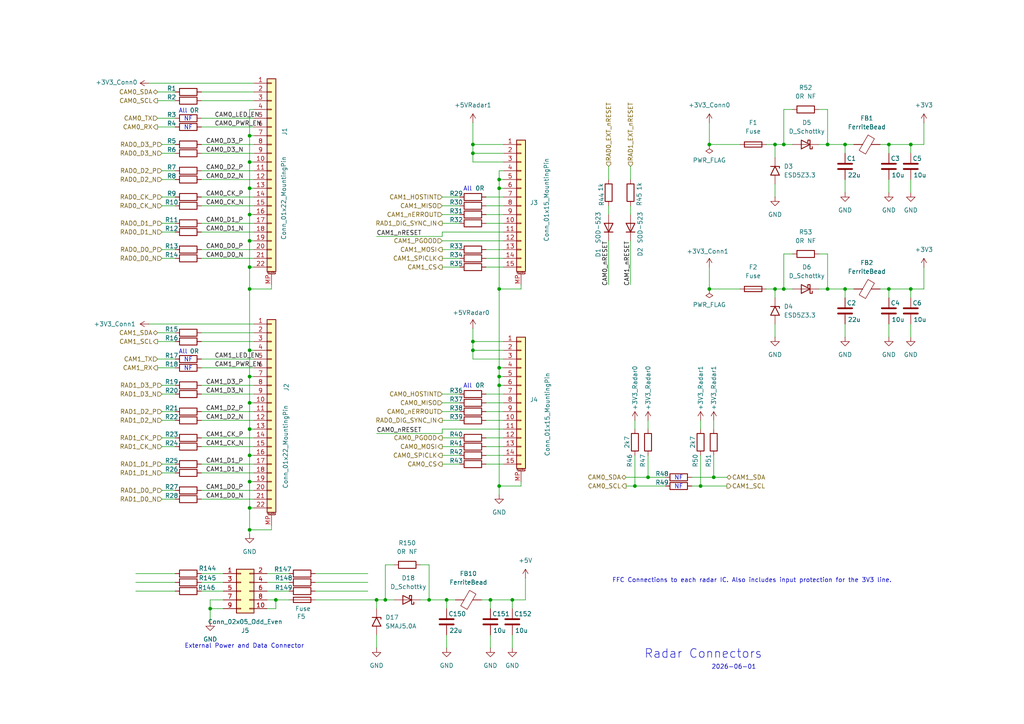
<source format=kicad_sch>
(kicad_sch (version 20231120) (generator "eeschema") (generator_version "8.0")
  (paper "A4")
  (lib_symbols
    (symbol "Connector_Generic:Conn_02x05_Odd_Even" (pin_names (offset 1.016) hide)
      (property "Reference" "J" (at 1.27 7.62 0))
      (property "Value" "Conn_02x05_Odd_Even" (at 1.27 -7.62 0))
      (symbol "Conn_02x05_Odd_Even_1_1"
        (pin passive line (at -5.08 5.08 0) (length 3.81) (name "Pin_1") (number "1"))
        (pin passive line (at 7.62 -5.08 180) (length 3.81) (name "Pin_10") (number "10"))
        (pin passive line (at 7.62 5.08 180) (length 3.81) (name "Pin_2") (number "2"))
        (pin passive line (at -5.08 2.54 0) (length 3.81) (name "Pin_3") (number "3"))
        (pin passive line (at 7.62 2.54 180) (length 3.81) (name "Pin_4") (number "4"))
        (pin passive line (at -5.08 0 0) (length 3.81) (name "Pin_5") (number "5"))
        (pin passive line (at 7.62 0 180) (length 3.81) (name "Pin_6") (number "6"))
        (pin passive line (at -5.08 -2.54 0) (length 3.81) (name "Pin_7") (number "7"))
        (pin passive line (at 7.62 -2.54 180) (length 3.81) (name "Pin_8") (number "8"))
        (pin passive line (at -5.08 -5.08 0) (length 3.81) (name "Pin_9") (number "9"))
      )
    )
    (symbol "Connector_Generic_MountingPin:Conn_01x15_MountingPin" (pin_names (offset 1.016) hide)
      (property "Reference" "J" (at 0 20.32 0))
      (property "Value" "Conn_01x15_MountingPin" (at 1.27 -20.32 0))
      (symbol "Conn_01x15_MountingPin_1_1"
        (text "Mounting" (at 0 -19.431 0) (effects (font (size 0.381 0.381))))
        (pin passive line (at -5.08 17.78 0) (length 3.81) (name "Pin_1") (number "1"))
        (pin passive line (at -5.08 -5.08 0) (length 3.81) (name "Pin_10") (number "10"))
        (pin passive line (at -5.08 -7.62 0) (length 3.81) (name "Pin_11") (number "11"))
        (pin passive line (at -5.08 -10.16 0) (length 3.81) (name "Pin_12") (number "12"))
        (pin passive line (at -5.08 -12.7 0) (length 3.81) (name "Pin_13") (number "13"))
        (pin passive line (at -5.08 -15.24 0) (length 3.81) (name "Pin_14") (number "14"))
        (pin passive line (at -5.08 -17.78 0) (length 3.81) (name "Pin_15") (number "15"))
        (pin passive line (at -5.08 15.24 0) (length 3.81) (name "Pin_2") (number "2"))
        (pin passive line (at -5.08 12.7 0) (length 3.81) (name "Pin_3") (number "3"))
        (pin passive line (at -5.08 10.16 0) (length 3.81) (name "Pin_4") (number "4"))
        (pin passive line (at -5.08 7.62 0) (length 3.81) (name "Pin_5") (number "5"))
        (pin passive line (at -5.08 5.08 0) (length 3.81) (name "Pin_6") (number "6"))
        (pin passive line (at -5.08 2.54 0) (length 3.81) (name "Pin_7") (number "7"))
        (pin passive line (at -5.08 0 0) (length 3.81) (name "Pin_8") (number "8"))
        (pin passive line (at -5.08 -2.54 0) (length 3.81) (name "Pin_9") (number "9"))
        (pin passive line (at 0 -22.86 90) (length 3.048) (name "MountPin") (number "MP"))
      )
    )
    (symbol "Connector_Generic_MountingPin:Conn_01x22_MountingPin" (pin_names (offset 1.016) hide)
      (property "Reference" "J" (at 0 27.94 0))
      (property "Value" "Conn_01x22_MountingPin" (at 1.27 -30.48 0))
      (symbol "Conn_01x22_MountingPin_1_1"
        (text "Mounting" (at 0 -29.591 0) (effects (font (size 0.381 0.381))))
        (pin passive line (at -5.08 25.4 0) (length 3.81) (name "Pin_1") (number "1"))
        (pin passive line (at -5.08 2.54 0) (length 3.81) (name "Pin_10") (number "10"))
        (pin passive line (at -5.08 0 0) (length 3.81) (name "Pin_11") (number "11"))
        (pin passive line (at -5.08 -2.54 0) (length 3.81) (name "Pin_12") (number "12"))
        (pin passive line (at -5.08 -5.08 0) (length 3.81) (name "Pin_13") (number "13"))
        (pin passive line (at -5.08 -7.62 0) (length 3.81) (name "Pin_14") (number "14"))
        (pin passive line (at -5.08 -10.16 0) (length 3.81) (name "Pin_15") (number "15"))
        (pin passive line (at -5.08 -12.7 0) (length 3.81) (name "Pin_16") (number "16"))
        (pin passive line (at -5.08 -15.24 0) (length 3.81) (name "Pin_17") (number "17"))
        (pin passive line (at -5.08 -17.78 0) (length 3.81) (name "Pin_18") (number "18"))
        (pin passive line (at -5.08 -20.32 0) (length 3.81) (name "Pin_19") (number "19"))
        (pin passive line (at -5.08 22.86 0) (length 3.81) (name "Pin_2") (number "2"))
        (pin passive line (at -5.08 -22.86 0) (length 3.81) (name "Pin_20") (number "20"))
        (pin passive line (at -5.08 -25.4 0) (length 3.81) (name "Pin_21") (number "21"))
        (pin passive line (at -5.08 -27.94 0) (length 3.81) (name "Pin_22") (number "22"))
        (pin passive line (at -5.08 20.32 0) (length 3.81) (name "Pin_3") (number "3"))
        (pin passive line (at -5.08 17.78 0) (length 3.81) (name "Pin_4") (number "4"))
        (pin passive line (at -5.08 15.24 0) (length 3.81) (name "Pin_5") (number "5"))
        (pin passive line (at -5.08 12.7 0) (length 3.81) (name "Pin_6") (number "6"))
        (pin passive line (at -5.08 10.16 0) (length 3.81) (name "Pin_7") (number "7"))
        (pin passive line (at -5.08 7.62 0) (length 3.81) (name "Pin_8") (number "8"))
        (pin passive line (at -5.08 5.08 0) (length 3.81) (name "Pin_9") (number "9"))
        (pin passive line (at 0 -33.02 90) (length 3.048) (name "MountPin") (number "MP"))
      )
    )
    (symbol "Device:C" (pin_numbers hide) (pin_names (offset 0.254))
      (property "Reference" "C" (at 0.635 2.54 0))
      (property "Value" "C" (at 0.635 -2.54 0))
      (symbol "C_1_1"
        (pin passive line (at 0 3.81 270) (length 2.794) (name "~") (number "1"))
        (pin passive line (at 0 -3.81 90) (length 2.794) (name "~") (number "2"))
      )
    )
    (symbol "Device:D" (pin_numbers hide) (pin_names (offset 1.016) hide)
      (property "Reference" "D" (at 0 2.54 0))
      (property "Value" "D" (at 0 -2.54 0))
      (symbol "D_1_1"
        (pin passive line (at -3.81 0 0) (length 2.54) (name "K") (number "1"))
        (pin passive line (at 3.81 0 180) (length 2.54) (name "A") (number "2"))
      )
    )
    (symbol "Device:D_Schottky" (pin_numbers hide) (pin_names (offset 1.016) hide)
      (property "Reference" "D" (at 0 2.54 0))
      (property "Value" "D_Schottky" (at 0 -2.54 0))
      (symbol "D_Schottky_1_1"
        (pin passive line (at -3.81 0 0) (length 2.54) (name "K") (number "1"))
        (pin passive line (at 3.81 0 180) (length 2.54) (name "A") (number "2"))
      )
    )
    (symbol "Device:FerriteBead" (pin_numbers hide) (pin_names (offset 0))
      (property "Reference" "FB" (at -3.81 0.635 90))
      (property "Value" "FerriteBead" (at 3.81 0 90))
      (symbol "FerriteBead_1_1"
        (pin passive line (at 0 3.81 270) (length 2.54) (name "~") (number "1"))
        (pin passive line (at 0 -3.81 90) (length 2.54) (name "~") (number "2"))
      )
    )
    (symbol "Device:Fuse" (pin_numbers hide) (pin_names (offset 0))
      (property "Reference" "F" (at 2.032 0 90))
      (property "Value" "Fuse" (at -1.905 0 90))
      (symbol "Fuse_1_1"
        (pin passive line (at 0 3.81 270) (length 1.27) (name "~") (number "1"))
        (pin passive line (at 0 -3.81 90) (length 1.27) (name "~") (number "2"))
      )
    )
    (symbol "Device:R" (pin_numbers hide) (pin_names (offset 0))
      (property "Reference" "R" (at 2.032 0 90))
      (property "Value" "R" (at 0 0 90))
      (symbol "R_1_1"
        (pin passive line (at 0 3.81 270) (length 1.27) (name "~") (number "1"))
        (pin passive line (at 0 -3.81 90) (length 1.27) (name "~") (number "2"))
      )
    )
    (symbol "Diode:SMAJ5.0A" (pin_numbers hide) (pin_names (offset 1.016) hide)
      (property "Reference" "D" (at 0 2.54 0))
      (property "Value" "SMAJ5.0A" (at 0 -2.54 0))
      (symbol "SMAJ5.0A_1_1"
        (pin passive line (at -3.81 0 0) (length 2.54) (name "A1") (number "1"))
        (pin passive line (at 3.81 0 180) (length 2.54) (name "A2") (number "2"))
      )
    )
    (symbol "power:+3V3" (power) (pin_numbers hide) (pin_names (offset 0) hide)
      (property "Value" "+3V3" (at 0 3.556 0))
      (symbol "+3V3_1_1"
        (pin power_in line (at 0 0 90) (length 0) (name "~") (number "1"))
      )
    )
    (symbol "power:+5V" (power) (pin_numbers hide) (pin_names (offset 0) hide)
      (property "Value" "+5V" (at 0 3.556 0))
      (symbol "+5V_1_1"
        (pin power_in line (at 0 0 90) (length 0) (name "~") (number "1"))
      )
    )
    (symbol "power:GND" (power) (pin_numbers hide) (pin_names (offset 0) hide)
      (property "Value" "GND" (at 0 -3.81 0))
      (symbol "GND_1_1"
        (pin power_in line (at 0 0 270) (length 0) (name "~") (number "1"))
      )
    )
    (symbol "power:PWR_FLAG" (power) (pin_numbers hide) (pin_names (offset 0) hide)
      (property "Value" "PWR_FLAG" (at 0 3.81 0))
      (symbol "PWR_FLAG_0_0"
        (pin power_out line (at 0 0 90) (length 0) (name "~") (number "1"))
      )
    )
  )
  (junction (at 144.78 106.68))
  (junction (at 227.33 83.82))
  (junction (at 72.39 139.7))
  (junction (at 72.39 109.22))
  (junction (at 137.16 44.45))
  (junction (at 224.79 41.91))
  (junction (at 72.39 101.6))
  (junction (at 137.16 101.6))
  (junction (at 144.78 83.82))
  (junction (at 72.39 147.32))
  (junction (at 137.16 41.91))
  (junction (at 224.79 83.82))
  (junction (at 257.81 83.82))
  (junction (at 72.39 39.37))
  (junction (at 72.39 153.67))
  (junction (at 240.03 41.91))
  (junction (at 72.39 116.84))
  (junction (at 142.24 173.99))
  (junction (at 72.39 46.99))
  (junction (at 80.01 173.99))
  (junction (at 72.39 69.85))
  (junction (at 264.16 41.91))
  (junction (at 264.16 83.82))
  (junction (at 205.74 83.82))
  (junction (at 257.81 41.91))
  (junction (at 227.33 41.91))
  (junction (at 137.16 99.06))
  (junction (at 111.76 173.99))
  (junction (at 207.01 138.43))
  (junction (at 203.2 140.97))
  (junction (at 72.39 77.47))
  (junction (at 60.96 176.53))
  (junction (at 148.59 173.99))
  (junction (at 109.22 173.99))
  (junction (at 72.39 54.61))
  (junction (at 205.74 41.91))
  (junction (at 72.39 83.82))
  (junction (at 124.46 173.99))
  (junction (at 144.78 52.07))
  (junction (at 129.54 173.99))
  (junction (at 72.39 132.08))
  (junction (at 245.11 41.91))
  (junction (at 240.03 83.82))
  (junction (at 187.96 138.43))
  (junction (at 72.39 62.23))
  (junction (at 144.78 111.76))
  (junction (at 72.39 124.46))
  (junction (at 245.11 83.82))
  (junction (at 184.15 140.97))
  (junction (at 144.78 109.22))
  (junction (at 144.78 54.61))
  (junction (at 144.78 140.97))
  (wire (pts (xy 58.42 49.53) (xy 73.66 49.53)))
  (wire (pts (xy 137.16 44.45) (xy 146.05 44.45)))
  (wire (pts (xy 240.03 31.75) (xy 240.03 41.91)))
  (wire (pts (xy 60.96 173.99) (xy 60.96 176.53)))
  (wire (pts (xy 224.79 83.82) (xy 224.79 86.36)))
  (wire (pts (xy 128.27 134.62) (xy 133.35 134.62)))
  (wire (pts (xy 187.96 132.08) (xy 187.96 138.43)))
  (wire (pts (xy 78.74 152.4) (xy 78.74 153.67)))
  (wire (pts (xy 128.27 127) (xy 133.35 127)))
  (wire (pts (xy 128.27 116.84) (xy 133.35 116.84)))
  (wire (pts (xy 140.97 119.38) (xy 146.05 119.38)))
  (wire (pts (xy 39.37 166.37) (xy 50.8 166.37)))
  (wire (pts (xy 46.99 57.15) (xy 50.8 57.15)))
  (wire (pts (xy 182.88 69.85) (xy 182.88 82.55)))
  (wire (pts (xy 140.97 62.23) (xy 146.05 62.23)))
  (wire (pts (xy 109.22 173.99) (xy 109.22 176.53)))
  (wire (pts (xy 267.97 35.56) (xy 267.97 41.91)))
  (wire (pts (xy 128.27 125.73) (xy 128.27 124.46)))
  (wire (pts (xy 237.49 83.82) (xy 240.03 83.82)))
  (wire (pts (xy 91.44 168.91) (xy 106.68 168.91)))
  (wire (pts (xy 46.99 127) (xy 50.8 127)))
  (wire (pts (xy 91.44 166.37) (xy 106.68 166.37)))
  (wire (pts (xy 144.78 106.68) (xy 146.05 106.68)))
  (wire (pts (xy 128.27 62.23) (xy 133.35 62.23)))
  (wire (pts (xy 58.42 121.92) (xy 73.66 121.92)))
  (wire (pts (xy 148.59 173.99) (xy 148.59 176.53)))
  (wire (pts (xy 72.39 132.08) (xy 72.39 139.7)))
  (wire (pts (xy 267.97 77.47) (xy 267.97 83.82)))
  (wire (pts (xy 121.92 173.99) (xy 124.46 173.99)))
  (wire (pts (xy 144.78 140.97) (xy 144.78 111.76)))
  (wire (pts (xy 245.11 55.88) (xy 245.11 52.07)))
  (wire (pts (xy 91.44 173.99) (xy 109.22 173.99)))
  (wire (pts (xy 46.99 41.91) (xy 50.8 41.91)))
  (wire (pts (xy 144.78 143.51) (xy 144.78 140.97)))
  (wire (pts (xy 187.96 138.43) (xy 193.04 138.43)))
  (wire (pts (xy 58.42 99.06) (xy 73.66 99.06)))
  (wire (pts (xy 140.97 129.54) (xy 146.05 129.54)))
  (wire (pts (xy 58.42 26.67) (xy 73.66 26.67)))
  (wire (pts (xy 144.78 54.61) (xy 146.05 54.61)))
  (wire (pts (xy 58.42 106.68) (xy 73.66 106.68)))
  (wire (pts (xy 140.97 121.92) (xy 146.05 121.92)))
  (wire (pts (xy 144.78 54.61) (xy 144.78 83.82)))
  (wire (pts (xy 91.44 171.45) (xy 106.68 171.45)))
  (wire (pts (xy 58.42 166.37) (xy 64.77 166.37)))
  (wire (pts (xy 58.42 144.78) (xy 73.66 144.78)))
  (wire (pts (xy 144.78 52.07) (xy 144.78 54.61)))
  (wire (pts (xy 77.47 171.45) (xy 83.82 171.45)))
  (wire (pts (xy 245.11 41.91) (xy 247.65 41.91)))
  (wire (pts (xy 64.77 173.99) (xy 60.96 173.99)))
  (wire (pts (xy 128.27 114.3) (xy 133.35 114.3)))
  (wire (pts (xy 142.24 173.99) (xy 148.59 173.99)))
  (wire (pts (xy 72.39 69.85) (xy 73.66 69.85)))
  (wire (pts (xy 140.97 74.93) (xy 146.05 74.93)))
  (wire (pts (xy 60.96 176.53) (xy 64.77 176.53)))
  (wire (pts (xy 237.49 73.66) (xy 240.03 73.66)))
  (wire (pts (xy 205.74 35.56) (xy 205.74 41.91)))
  (wire (pts (xy 227.33 73.66) (xy 227.33 83.82)))
  (wire (pts (xy 200.66 138.43) (xy 207.01 138.43)))
  (wire (pts (xy 229.87 73.66) (xy 227.33 73.66)))
  (wire (pts (xy 46.99 44.45) (xy 50.8 44.45)))
  (wire (pts (xy 142.24 173.99) (xy 142.24 176.53)))
  (wire (pts (xy 72.39 101.6) (xy 73.66 101.6)))
  (wire (pts (xy 58.42 52.07) (xy 73.66 52.07)))
  (wire (pts (xy 80.01 173.99) (xy 80.01 176.53)))
  (wire (pts (xy 58.42 44.45) (xy 73.66 44.45)))
  (wire (pts (xy 227.33 41.91) (xy 229.87 41.91)))
  (wire (pts (xy 58.42 72.39) (xy 73.66 72.39)))
  (wire (pts (xy 72.39 116.84) (xy 72.39 124.46)))
  (wire (pts (xy 45.72 104.14) (xy 50.8 104.14)))
  (wire (pts (xy 58.42 29.21) (xy 73.66 29.21)))
  (wire (pts (xy 72.39 54.61) (xy 72.39 62.23)))
  (wire (pts (xy 224.79 83.82) (xy 227.33 83.82)))
  (wire (pts (xy 45.72 34.29) (xy 50.8 34.29)))
  (wire (pts (xy 181.61 138.43) (xy 187.96 138.43)))
  (wire (pts (xy 58.42 64.77) (xy 73.66 64.77)))
  (wire (pts (xy 245.11 41.91) (xy 245.11 44.45)))
  (wire (pts (xy 264.16 41.91) (xy 267.97 41.91)))
  (wire (pts (xy 80.01 173.99) (xy 83.82 173.99)))
  (wire (pts (xy 128.27 67.31) (xy 146.05 67.31)))
  (wire (pts (xy 203.2 121.92) (xy 203.2 124.46)))
  (wire (pts (xy 72.39 46.99) (xy 72.39 54.61)))
  (wire (pts (xy 77.47 168.91) (xy 83.82 168.91)))
  (wire (pts (xy 264.16 55.88) (xy 264.16 52.07)))
  (wire (pts (xy 137.16 44.45) (xy 137.16 46.99)))
  (wire (pts (xy 148.59 187.96) (xy 148.59 184.15)))
  (wire (pts (xy 137.16 41.91) (xy 146.05 41.91)))
  (wire (pts (xy 46.99 49.53) (xy 50.8 49.53)))
  (wire (pts (xy 140.97 77.47) (xy 146.05 77.47)))
  (wire (pts (xy 128.27 119.38) (xy 133.35 119.38)))
  (wire (pts (xy 182.88 48.26) (xy 182.88 52.07)))
  (wire (pts (xy 46.99 144.78) (xy 50.8 144.78)))
  (wire (pts (xy 140.97 72.39) (xy 146.05 72.39)))
  (wire (pts (xy 128.27 64.77) (xy 133.35 64.77)))
  (wire (pts (xy 245.11 83.82) (xy 245.11 86.36)))
  (wire (pts (xy 205.74 77.47) (xy 205.74 83.82)))
  (wire (pts (xy 128.27 57.15) (xy 133.35 57.15)))
  (wire (pts (xy 72.39 54.61) (xy 73.66 54.61)))
  (wire (pts (xy 58.42 104.14) (xy 73.66 104.14)))
  (wire (pts (xy 245.11 83.82) (xy 247.65 83.82)))
  (wire (pts (xy 257.81 41.91) (xy 257.81 44.45)))
  (wire (pts (xy 43.18 24.13) (xy 73.66 24.13)))
  (wire (pts (xy 137.16 104.14) (xy 137.16 101.6)))
  (wire (pts (xy 240.03 73.66) (xy 240.03 83.82)))
  (wire (pts (xy 144.78 109.22) (xy 146.05 109.22)))
  (wire (pts (xy 58.42 134.62) (xy 73.66 134.62)))
  (wire (pts (xy 255.27 83.82) (xy 257.81 83.82)))
  (wire (pts (xy 46.99 67.31) (xy 50.8 67.31)))
  (wire (pts (xy 46.99 137.16) (xy 50.8 137.16)))
  (wire (pts (xy 187.96 121.92) (xy 187.96 124.46)))
  (wire (pts (xy 137.16 35.56) (xy 137.16 41.91)))
  (wire (pts (xy 72.39 77.47) (xy 72.39 83.82)))
  (wire (pts (xy 124.46 163.83) (xy 124.46 173.99)))
  (wire (pts (xy 227.33 83.82) (xy 229.87 83.82)))
  (wire (pts (xy 184.15 132.08) (xy 184.15 140.97)))
  (wire (pts (xy 128.27 59.69) (xy 133.35 59.69)))
  (wire (pts (xy 78.74 82.55) (xy 78.74 83.82)))
  (wire (pts (xy 72.39 153.67) (xy 72.39 154.94)))
  (wire (pts (xy 203.2 132.08) (xy 203.2 140.97)))
  (wire (pts (xy 144.78 106.68) (xy 144.78 109.22)))
  (wire (pts (xy 137.16 46.99) (xy 146.05 46.99)))
  (wire (pts (xy 205.74 83.82) (xy 214.63 83.82)))
  (wire (pts (xy 148.59 173.99) (xy 152.4 173.99)))
  (wire (pts (xy 46.99 111.76) (xy 50.8 111.76)))
  (wire (pts (xy 109.22 68.58) (xy 128.27 68.58)))
  (wire (pts (xy 46.99 142.24) (xy 50.8 142.24)))
  (wire (pts (xy 257.81 41.91) (xy 264.16 41.91)))
  (wire (pts (xy 111.76 163.83) (xy 111.76 173.99)))
  (wire (pts (xy 255.27 41.91) (xy 257.81 41.91)))
  (wire (pts (xy 58.42 41.91) (xy 73.66 41.91)))
  (wire (pts (xy 257.81 55.88) (xy 257.81 52.07)))
  (wire (pts (xy 182.88 62.23) (xy 182.88 59.69)))
  (wire (pts (xy 58.42 127) (xy 73.66 127)))
  (wire (pts (xy 137.16 95.25) (xy 137.16 99.06)))
  (wire (pts (xy 137.16 101.6) (xy 146.05 101.6)))
  (wire (pts (xy 128.27 132.08) (xy 133.35 132.08)))
  (wire (pts (xy 58.42 57.15) (xy 73.66 57.15)))
  (wire (pts (xy 72.39 139.7) (xy 72.39 147.32)))
  (wire (pts (xy 140.97 114.3) (xy 146.05 114.3)))
  (wire (pts (xy 72.39 62.23) (xy 73.66 62.23)))
  (wire (pts (xy 264.16 97.79) (xy 264.16 93.98)))
  (wire (pts (xy 144.78 140.97) (xy 151.13 140.97)))
  (wire (pts (xy 184.15 121.92) (xy 184.15 124.46)))
  (wire (pts (xy 245.11 97.79) (xy 245.11 93.98)))
  (wire (pts (xy 128.27 69.85) (xy 146.05 69.85)))
  (wire (pts (xy 224.79 93.98) (xy 224.79 97.79)))
  (wire (pts (xy 207.01 121.92) (xy 207.01 124.46)))
  (wire (pts (xy 203.2 140.97) (xy 210.82 140.97)))
  (wire (pts (xy 72.39 109.22) (xy 72.39 116.84)))
  (wire (pts (xy 237.49 41.91) (xy 240.03 41.91)))
  (wire (pts (xy 45.72 96.52) (xy 50.8 96.52)))
  (wire (pts (xy 140.97 64.77) (xy 146.05 64.77)))
  (wire (pts (xy 222.25 41.91) (xy 224.79 41.91)))
  (wire (pts (xy 140.97 116.84) (xy 146.05 116.84)))
  (wire (pts (xy 144.78 83.82) (xy 151.13 83.82)))
  (wire (pts (xy 144.78 111.76) (xy 146.05 111.76)))
  (wire (pts (xy 58.42 67.31) (xy 73.66 67.31)))
  (wire (pts (xy 39.37 171.45) (xy 50.8 171.45)))
  (wire (pts (xy 45.72 106.68) (xy 50.8 106.68)))
  (wire (pts (xy 46.99 72.39) (xy 50.8 72.39)))
  (wire (pts (xy 43.18 93.98) (xy 73.66 93.98)))
  (wire (pts (xy 72.39 83.82) (xy 78.74 83.82)))
  (wire (pts (xy 77.47 166.37) (xy 83.82 166.37)))
  (wire (pts (xy 264.16 83.82) (xy 267.97 83.82)))
  (wire (pts (xy 257.81 83.82) (xy 257.81 86.36)))
  (wire (pts (xy 264.16 83.82) (xy 264.16 86.36)))
  (wire (pts (xy 139.7 173.99) (xy 142.24 173.99)))
  (wire (pts (xy 200.66 140.97) (xy 203.2 140.97)))
  (wire (pts (xy 207.01 132.08) (xy 207.01 138.43)))
  (wire (pts (xy 58.42 168.91) (xy 64.77 168.91)))
  (wire (pts (xy 140.97 59.69) (xy 146.05 59.69)))
  (wire (pts (xy 176.53 48.26) (xy 176.53 52.07)))
  (wire (pts (xy 58.42 36.83) (xy 73.66 36.83)))
  (wire (pts (xy 146.05 104.14) (xy 137.16 104.14)))
  (wire (pts (xy 224.79 41.91) (xy 224.79 45.72)))
  (wire (pts (xy 46.99 59.69) (xy 50.8 59.69)))
  (wire (pts (xy 229.87 31.75) (xy 227.33 31.75)))
  (wire (pts (xy 46.99 121.92) (xy 50.8 121.92)))
  (wire (pts (xy 46.99 134.62) (xy 50.8 134.62)))
  (wire (pts (xy 58.42 34.29) (xy 73.66 34.29)))
  (wire (pts (xy 72.39 101.6) (xy 72.39 109.22)))
  (wire (pts (xy 144.78 109.22) (xy 144.78 111.76)))
  (wire (pts (xy 181.61 140.97) (xy 184.15 140.97)))
  (wire (pts (xy 72.39 31.75) (xy 73.66 31.75)))
  (wire (pts (xy 109.22 184.15) (xy 109.22 187.96)))
  (wire (pts (xy 129.54 173.99) (xy 129.54 176.53)))
  (wire (pts (xy 257.81 83.82) (xy 264.16 83.82)))
  (wire (pts (xy 205.74 41.91) (xy 214.63 41.91)))
  (wire (pts (xy 129.54 173.99) (xy 132.08 173.99)))
  (wire (pts (xy 176.53 69.85) (xy 176.53 82.55)))
  (wire (pts (xy 151.13 82.55) (xy 151.13 83.82)))
  (wire (pts (xy 109.22 125.73) (xy 128.27 125.73)))
  (wire (pts (xy 207.01 138.43) (xy 210.82 138.43)))
  (wire (pts (xy 128.27 121.92) (xy 133.35 121.92)))
  (wire (pts (xy 237.49 31.75) (xy 240.03 31.75)))
  (wire (pts (xy 128.27 124.46) (xy 146.05 124.46)))
  (wire (pts (xy 144.78 49.53) (xy 144.78 52.07)))
  (wire (pts (xy 58.42 59.69) (xy 73.66 59.69)))
  (wire (pts (xy 240.03 41.91) (xy 245.11 41.91)))
  (wire (pts (xy 72.39 69.85) (xy 72.39 77.47)))
  (wire (pts (xy 128.27 129.54) (xy 133.35 129.54)))
  (wire (pts (xy 264.16 41.91) (xy 264.16 44.45)))
  (wire (pts (xy 60.96 176.53) (xy 60.96 180.34)))
  (wire (pts (xy 140.97 57.15) (xy 146.05 57.15)))
  (wire (pts (xy 46.99 114.3) (xy 50.8 114.3)))
  (wire (pts (xy 257.81 97.79) (xy 257.81 93.98)))
  (wire (pts (xy 224.79 41.91) (xy 227.33 41.91)))
  (wire (pts (xy 46.99 129.54) (xy 50.8 129.54)))
  (wire (pts (xy 109.22 173.99) (xy 111.76 173.99)))
  (wire (pts (xy 144.78 83.82) (xy 144.78 106.68)))
  (wire (pts (xy 140.97 132.08) (xy 146.05 132.08)))
  (wire (pts (xy 58.42 74.93) (xy 73.66 74.93)))
  (wire (pts (xy 72.39 46.99) (xy 73.66 46.99)))
  (wire (pts (xy 72.39 132.08) (xy 73.66 132.08)))
  (wire (pts (xy 184.15 140.97) (xy 193.04 140.97)))
  (wire (pts (xy 45.72 99.06) (xy 50.8 99.06)))
  (wire (pts (xy 72.39 147.32) (xy 73.66 147.32)))
  (wire (pts (xy 111.76 173.99) (xy 114.3 173.99)))
  (wire (pts (xy 58.42 111.76) (xy 73.66 111.76)))
  (wire (pts (xy 58.42 114.3) (xy 73.66 114.3)))
  (wire (pts (xy 146.05 49.53) (xy 144.78 49.53)))
  (wire (pts (xy 46.99 64.77) (xy 50.8 64.77)))
  (wire (pts (xy 58.42 137.16) (xy 73.66 137.16)))
  (wire (pts (xy 72.39 147.32) (xy 72.39 153.67)))
  (wire (pts (xy 58.42 96.52) (xy 73.66 96.52)))
  (wire (pts (xy 45.72 29.21) (xy 50.8 29.21)))
  (wire (pts (xy 46.99 119.38) (xy 50.8 119.38)))
  (wire (pts (xy 46.99 74.93) (xy 50.8 74.93)))
  (wire (pts (xy 72.39 31.75) (xy 72.39 39.37)))
  (wire (pts (xy 137.16 99.06) (xy 146.05 99.06)))
  (wire (pts (xy 144.78 52.07) (xy 146.05 52.07)))
  (wire (pts (xy 137.16 101.6) (xy 137.16 99.06)))
  (wire (pts (xy 45.72 36.83) (xy 50.8 36.83)))
  (wire (pts (xy 77.47 173.99) (xy 80.01 173.99)))
  (wire (pts (xy 58.42 119.38) (xy 73.66 119.38)))
  (wire (pts (xy 72.39 83.82) (xy 72.39 101.6)))
  (wire (pts (xy 114.3 163.83) (xy 111.76 163.83)))
  (wire (pts (xy 227.33 31.75) (xy 227.33 41.91)))
  (wire (pts (xy 45.72 26.67) (xy 50.8 26.67)))
  (wire (pts (xy 72.39 109.22) (xy 73.66 109.22)))
  (wire (pts (xy 72.39 62.23) (xy 72.39 69.85)))
  (wire (pts (xy 58.42 129.54) (xy 73.66 129.54)))
  (wire (pts (xy 128.27 68.58) (xy 128.27 67.31)))
  (wire (pts (xy 140.97 134.62) (xy 146.05 134.62)))
  (wire (pts (xy 58.42 142.24) (xy 73.66 142.24)))
  (wire (pts (xy 72.39 77.47) (xy 73.66 77.47)))
  (wire (pts (xy 128.27 72.39) (xy 133.35 72.39)))
  (wire (pts (xy 80.01 176.53) (xy 77.47 176.53)))
  (wire (pts (xy 224.79 53.34) (xy 224.79 57.15)))
  (wire (pts (xy 58.42 171.45) (xy 64.77 171.45)))
  (wire (pts (xy 176.53 62.23) (xy 176.53 59.69)))
  (wire (pts (xy 129.54 187.96) (xy 129.54 184.15)))
  (wire (pts (xy 72.39 116.84) (xy 73.66 116.84)))
  (wire (pts (xy 124.46 173.99) (xy 129.54 173.99)))
  (wire (pts (xy 152.4 167.64) (xy 152.4 173.99)))
  (wire (pts (xy 121.92 163.83) (xy 124.46 163.83)))
  (wire (pts (xy 78.74 153.67) (xy 72.39 153.67)))
  (wire (pts (xy 142.24 187.96) (xy 142.24 184.15)))
  (wire (pts (xy 128.27 74.93) (xy 133.35 74.93)))
  (wire (pts (xy 72.39 39.37) (xy 73.66 39.37)))
  (wire (pts (xy 137.16 44.45) (xy 137.16 41.91)))
  (wire (pts (xy 222.25 83.82) (xy 224.79 83.82)))
  (wire (pts (xy 46.99 52.07) (xy 50.8 52.07)))
  (wire (pts (xy 72.39 139.7) (xy 73.66 139.7)))
  (wire (pts (xy 151.13 139.7) (xy 151.13 140.97)))
  (wire (pts (xy 240.03 83.82) (xy 245.11 83.82)))
  (wire (pts (xy 72.39 39.37) (xy 72.39 46.99)))
  (wire (pts (xy 72.39 124.46) (xy 73.66 124.46)))
  (wire (pts (xy 39.37 168.91) (xy 50.8 168.91)))
  (wire (pts (xy 72.39 124.46) (xy 72.39 132.08)))
  (wire (pts (xy 140.97 127) (xy 146.05 127)))
  (wire (pts (xy 128.27 77.47) (xy 133.35 77.47)))
  (text "FFC Connections to each radar IC. Also includes input protection for the 3V3 line." (at 177.546 168.402 0) (effects (font (size 1.27 1.27)) (justify left)))
  (text "${CURRENT_DATE}" (at 212.852 193.548 0) (effects (font (size 1.27 1.27))))
  (text "NF" (at 196.85 138.684 0) (effects (font (size 1.27 1.27))))
  (text "NF" (at 196.85 141.224 0) (effects (font (size 1.27 1.27))))
  (text "Radar Connectors" (at 203.962 189.738 0) (effects (font (size 2.54 2.54))))
  (text "NF" (at 54.61 34.544 0) (effects (font (size 1.27 1.27))))
  (text "NF" (at 54.61 37.084 0) (effects (font (size 1.27 1.27))))
  (text "NF" (at 54.61 106.934 0) (effects (font (size 1.27 1.27))))
  (text "NF" (at 54.61 104.394 0) (effects (font (size 1.27 1.27))))
  (text "All" (at 53.086 102.108 0) (effects (font (size 1.27 1.27))))
  (text "All\n" (at 135.636 54.864 0) (effects (font (size 1.27 1.27))))
  (text "All\n" (at 53.086 32.258 0) (effects (font (size 1.27 1.27))))
  (text "External Power and Data Connector" (at 70.866 187.452 0) (effects (font (size 1.27 1.27))))
  (text "All\n" (at 135.636 112.014 0) (effects (font (size 1.27 1.27))))
  (label "CAM0_D2_P" (at 59.69 49.53 0))
  (label "CAM1_PWR_EN" (at 62.23 106.68 0))
  (label "CAM0_D1_N" (at 59.69 67.31 0))
  (label "CAM1_D3_N" (at 59.69 114.3 0))
  (label "CAM1_D0_P" (at 59.69 142.24 0))
  (label "CAM0_nRESET" (at 176.53 69.85 270))
  (label "CAM1_D2_P" (at 59.69 119.38 0))
  (label "CAM1_D2_N" (at 59.69 121.92 0))
  (label "CAM0_nRESET" (at 109.22 125.73 0))
  (label "CAM1_CK_P" (at 59.69 127 0))
  (label "CAM1_CK_N" (at 59.69 129.54 0))
  (label "CAM0_CK_N" (at 59.69 59.69 0))
  (label "CAM1_D3_P" (at 59.69 111.76 0))
  (label "CAM0_D2_N" (at 59.69 52.07 0))
  (label "CAM1_LED_EN" (at 62.23 104.14 0))
  (label "CAM0_D0_P" (at 59.69 72.39 0))
  (label "CAM0_D0_N" (at 59.69 74.93 0))
  (label "CAM0_PWR_EN" (at 62.23 36.83 0))
  (label "CAM0_LED_EN" (at 62.23 34.29 0))
  (label "CAM1_D0_N" (at 59.69 144.78 0))
  (label "CAM1_D1_P" (at 59.69 134.62 0))
  (label "CAM1_nRESET" (at 182.88 69.85 270))
  (label "CAM0_CK_P" (at 59.69 57.15 0))
  (label "CAM0_D1_P" (at 59.69 64.77 0))
  (label "CAM1_D1_N" (at 59.69 137.16 0))
  (label "CAM0_D3_N" (at 59.69 44.45 0))
  (label "CAM1_nRESET" (at 109.22 68.58 0))
  (label "CAM0_D3_P" (at 59.69 41.91 0))
  (hierarchical_label "CAM0_TX" (shape input) (at 45.72 34.29 180))
  (hierarchical_label "CAM0_HOSTINT" (shape input) (at 128.27 114.3 180))
  (hierarchical_label "CAM0_nERROUT" (shape input) (at 128.27 119.38 180))
  (hierarchical_label "RAD1_D1_N" (shape input) (at 46.99 137.16 180))
  (hierarchical_label "RAD1_D0_P" (shape input) (at 46.99 142.24 180))
  (hierarchical_label "CAM1_PGOOD" (shape input) (at 128.27 69.85 180))
  (hierarchical_label "CAM1_nERROUT" (shape input) (at 128.27 62.23 180))
  (hierarchical_label "RAD1_D1_P" (shape input) (at 46.99 134.62 180))
  (hierarchical_label "RAD1_D3_N" (shape input) (at 46.99 114.3 180))
  (hierarchical_label "CAM0_MISO" (shape input) (at 128.27 116.84 180))
  (hierarchical_label "CAM0_SCL" (shape output) (at 181.61 140.97 180))
  (hierarchical_label "RAD1_EXT_nRESET" (shape input) (at 182.88 48.26 90))
  (hierarchical_label "RAD0_D0_N" (shape input) (at 46.99 74.93 180))
  (hierarchical_label "CAM0_SCL" (shape output) (at 45.72 29.21 180))
  (hierarchical_label "CAM1_TX" (shape input) (at 45.72 104.14 180))
  (hierarchical_label "CAM1_SDA" (shape bidirectional) (at 210.82 138.43 0))
  (hierarchical_label "CAM1_SCL" (shape output) (at 210.82 140.97 0))
  (hierarchical_label "RAD0_DIG_SYNC_IN" (shape output) (at 128.27 121.92 180))
  (hierarchical_label "CAM1_SCL" (shape output) (at 45.72 99.06 180))
  (hierarchical_label "RAD0_D2_N" (shape input) (at 46.99 52.07 180))
  (hierarchical_label "RAD0_CK_N" (shape input) (at 46.99 59.69 180))
  (hierarchical_label "RAD1_CK_P" (shape input) (at 46.99 127 180))
  (hierarchical_label "CAM1_SDA" (shape bidirectional) (at 45.72 96.52 180))
  (hierarchical_label "RAD0_D3_N" (shape input) (at 46.99 44.45 180))
  (hierarchical_label "RAD1_D2_P" (shape input) (at 46.99 119.38 180))
  (hierarchical_label "CAM0_SPICLK" (shape output) (at 128.27 132.08 180))
  (hierarchical_label "CAM1_MISO" (shape input) (at 128.27 59.69 180))
  (hierarchical_label "RAD1_DIG_SYNC_IN" (shape output) (at 128.27 64.77 180))
  (hierarchical_label "CAM0_MOSI" (shape output) (at 128.27 129.54 180))
  (hierarchical_label "CAM1_SPICLK" (shape output) (at 128.27 74.93 180))
  (hierarchical_label "RAD0_D2_P" (shape input) (at 46.99 49.53 180))
  (hierarchical_label "CAM1_HOSTINT" (shape input) (at 128.27 57.15 180))
  (hierarchical_label "RAD0_CK_P" (shape input) (at 46.99 57.15 180))
  (hierarchical_label "CAM0_RX" (shape output) (at 45.72 36.83 180))
  (hierarchical_label "CAM0_PGOOD" (shape output) (at 128.27 127 180))
  (hierarchical_label "RAD1_CK_N" (shape input) (at 46.99 129.54 180))
  (hierarchical_label "CAM1_CS" (shape output) (at 128.27 77.47 180))
  (hierarchical_label "CAM0_SDA" (shape bidirectional) (at 181.61 138.43 180))
  (hierarchical_label "RAD0_D0_P" (shape input) (at 46.99 72.39 180))
  (hierarchical_label "CAM0_CS" (shape output) (at 128.27 134.62 180))
  (hierarchical_label "RAD1_D2_N" (shape input) (at 46.99 121.92 180))
  (hierarchical_label "CAM1_MOSI" (shape output) (at 128.27 72.39 180))
  (hierarchical_label "RAD0_D1_P" (shape input) (at 46.99 64.77 180))
  (hierarchical_label "CAM0_SDA" (shape bidirectional) (at 45.72 26.67 180))
  (hierarchical_label "RAD1_D0_N" (shape input) (at 46.99 144.78 180))
  (hierarchical_label "RAD0_EXT_nRESET" (shape input) (at 176.53 48.26 90))
  (hierarchical_label "RAD0_D3_P" (shape input) (at 46.99 41.91 180))
  (hierarchical_label "RAD0_D1_N" (shape input) (at 46.99 67.31 180))
  (hierarchical_label "RAD1_D3_P" (shape input) (at 46.99 111.76 180))
  (hierarchical_label "CAM1_RX" (shape output) (at 45.72 106.68 180))
  (symbol (lib_id "power:GND") (at 142.24 187.96 0) (unit 1)
    (property "Reference" "#PWR0245" (effects (hide yes)))
    (property "Value" "GND" (at 142.24 193.04 0))
    (property "Description" "Power symbol creates a global label with name \"GND\" , ground" (effects (hide yes)))
  )
  (symbol (lib_id "power:+5V") (at 205.74 77.47 0) (unit 1)
    (property "Reference" "#PWR011" (effects (hide yes)))
    (property "Value" "+3V3_Conn1" (at 205.232 72.898 0))
    (property "Description" "Power symbol creates a global label with name \"+5V\"" (effects (hide yes)))
  )
  (symbol (lib_id "Device:C") (at 245.11 90.17 0) (unit 1)
    (property "Reference" "C2" (at 245.618 87.884 0) (effects (justify left)))
    (property "Value" "22u" (at 245.872 92.71 0) (effects (justify left)))
    (property "Footprint" "Capacitor_SMD:C_1206_3216Metric" (effects (hide yes)))
    (property "Description" "Unpolarized capacitor" (effects (hide yes)))
  )
  (symbol (lib_id "Device:R") (at 54.61 111.76 90) (unit 1)
    (property "Reference" "R19" (at 49.784 110.744 90))
    (property "Value" "0R" (at 56.388 101.854 90))
    (property "Footprint" "Resistor_SMD:R_0402_1005Metric" (effects (hide yes)))
    (property "Description" "Resistor" (effects (hide yes)))
  )
  (symbol (lib_id "Device:R") (at 137.16 57.15 90) (unit 1)
    (property "Reference" "R29" (at 132.334 56.134 90))
    (property "Value" "0R" (at 139.192 54.61 90))
    (property "Footprint" "Resistor_SMD:R_0402_1005Metric" (effects (hide yes)))
    (property "Description" "Resistor" (effects (hide yes)))
  )
  (symbol (lib_id "power:GND") (at 109.22 187.96 0) (unit 1)
    (property "Reference" "#PWR0243" (effects (hide yes)))
    (property "Value" "GND" (at 109.22 193.04 0))
    (property "Description" "Power symbol creates a global label with name \"GND\" , ground" (effects (hide yes)))
  )
  (symbol (lib_id "Device:C") (at 257.81 48.26 0) (unit 1)
    (property "Reference" "C3" (at 258.318 45.974 0) (effects (justify left)))
    (property "Value" "10u" (at 258.572 50.8 0) (effects (justify left)))
    (property "Footprint" "Capacitor_SMD:C_0805_2012Metric" (effects (hide yes)))
    (property "Description" "Unpolarized capacitor" (effects (hide yes)))
  )
  (symbol (lib_id "Device:R") (at 54.61 119.38 90) (unit 1)
    (property "Reference" "R21" (at 49.784 118.364 90))
    (property "Value" "0R" (effects (hide yes)))
    (property "Footprint" "Resistor_SMD:R_0402_1005Metric" (effects (hide yes)))
    (property "Description" "Resistor" (effects (hide yes)))
  )
  (symbol (lib_id "Device:R") (at 54.61 137.16 90) (unit 1)
    (property "Reference" "R26" (at 49.784 136.144 90))
    (property "Value" "0R" (effects (hide yes)))
    (property "Footprint" "Resistor_SMD:R_0402_1005Metric" (effects (hide yes)))
    (property "Description" "Resistor" (effects (hide yes)))
  )
  (symbol (lib_id "Device:R") (at 176.53 55.88 180) (unit 1)
    (property "Reference" "R44" (at 174.498 55.88 90) (effects (justify left)))
    (property "Value" "1k" (at 174.244 53.086 90) (effects (justify left)))
    (property "Footprint" "Resistor_SMD:R_0603_1608Metric" (effects (hide yes)))
    (property "Description" "Resistor" (effects (hide yes)))
  )
  (symbol (lib_id "Device:R") (at 54.61 64.77 90) (unit 1)
    (property "Reference" "R11" (at 49.784 63.754 90))
    (property "Value" "0R" (effects (hide yes)))
    (property "Footprint" "Resistor_SMD:R_0402_1005Metric" (effects (hide yes)))
    (property "Description" "Resistor" (effects (hide yes)))
  )
  (symbol (lib_id "Device:C") (at 129.54 180.34 0) (unit 1)
    (property "Reference" "C150" (at 130.048 178.054 0) (effects (justify left)))
    (property "Value" "22u" (at 130.302 182.88 0) (effects (justify left)))
    (property "Footprint" "Capacitor_SMD:C_1206_3216Metric" (effects (hide yes)))
    (property "Description" "Unpolarized capacitor" (effects (hide yes)))
  )
  (symbol (lib_id "Device:R") (at 54.61 57.15 90) (unit 1)
    (property "Reference" "R9" (at 49.784 56.134 90))
    (property "Value" "0R" (effects (hide yes)))
    (property "Footprint" "Resistor_SMD:R_0402_1005Metric" (effects (hide yes)))
    (property "Description" "Resistor" (effects (hide yes)))
  )
  (symbol (lib_id "Device:R") (at 54.61 166.37 270) (unit 1)
    (property "Reference" "R144" (at 60.198 164.846 90))
    (property "Value" "0R" (effects (hide yes)))
    (property "Footprint" "Resistor_SMD:R_0603_1608Metric" (effects (hide yes)))
    (property "Description" "Resistor" (effects (hide yes)))
  )
  (symbol (lib_id "Device:D") (at 176.53 66.04 90) (unit 1)
    (property "Reference" "D1" (at 173.482 74.676 0) (effects (justify left)))
    (property "Value" "SOD-523" (at 173.482 70.612 0) (effects (justify left)))
    (property "Footprint" "Diode_SMD:D_SOD-523" (effects (hide yes)))
    (property "Description" "Diode" (effects (hide yes)))
    (property "Sim.Device" "D" (effects (hide yes)))
    (property "Sim.Pins" "1=K 2=A" (effects (hide yes)))
  )
  (symbol (lib_id "power:+5V") (at 137.16 35.56 0) (unit 1)
    (property "Reference" "#PWR04" (effects (hide yes)))
    (property "Value" "+5VRadar1" (at 137.16 30.48 0))
    (property "Description" "Power symbol creates a global label with name \"+5V\"" (effects (hide yes)))
  )
  (symbol (lib_id "Device:R") (at 54.61 34.29 90) (unit 1)
    (property "Reference" "R3" (at 49.784 33.274 90))
    (property "Value" "0R NF" (effects (hide yes)))
    (property "Footprint" "Resistor_SMD:R_0402_1005Metric" (effects (hide yes)))
    (property "Description" "Resistor" (effects (hide yes)))
  )
  (symbol (lib_id "Connector_Generic_MountingPin:Conn_01x22_MountingPin") (at 78.74 119.38 0) (unit 1)
    (property "Reference" "J2" (at 83.058 113.538 90) (effects (justify left)))
    (property "Value" "Conn_01x22_MountingPin" (at 82.804 141.732 90) (effects (justify left)))
    (property "Footprint" "Connector_FFC-FPC:Hirose_FH12-22S-0.5SH_1x22-1MP_P0.50mm_Horizontal" (effects (hide yes)))
    (property "Description" "Generic connectable mounting pin connector, single row, 01x22, script generated (kicad-library-utils/schlib/autogen/connector/)" (effects (hide yes)))
  )
  (symbol (lib_id "Device:C") (at 257.81 90.17 0) (unit 1)
    (property "Reference" "C4" (at 258.318 87.884 0) (effects (justify left)))
    (property "Value" "10u" (at 258.572 92.71 0) (effects (justify left)))
    (property "Footprint" "Capacitor_SMD:C_0805_2012Metric" (effects (hide yes)))
    (property "Description" "Unpolarized capacitor" (effects (hide yes)))
  )
  (symbol (lib_id "power:GND") (at 224.79 97.79 0) (unit 1)
    (property "Reference" "#PWR014" (effects (hide yes)))
    (property "Value" "GND" (at 224.79 102.87 0))
    (property "Description" "Power symbol creates a global label with name \"GND\" , ground" (effects (hide yes)))
  )
  (symbol (lib_id "Device:R") (at 137.16 116.84 90) (unit 1)
    (property "Reference" "R37" (at 132.334 115.824 90))
    (property "Value" "0R" (effects (hide yes)))
    (property "Footprint" "Resistor_SMD:R_0402_1005Metric" (effects (hide yes)))
    (property "Description" "Resistor" (effects (hide yes)))
  )
  (symbol (lib_id "power:+5V") (at 207.01 121.92 0) (unit 1)
    (property "Reference" "#PWR012" (effects (hide yes)))
    (property "Value" "+3V3_Radar1" (at 207.01 112.522 90))
    (property "Description" "Power symbol creates a global label with name \"+5V\"" (effects (hide yes)))
  )
  (symbol (lib_id "Device:R") (at 54.61 59.69 90) (unit 1)
    (property "Reference" "R10" (at 49.784 58.674 90))
    (property "Value" "0R" (effects (hide yes)))
    (property "Footprint" "Resistor_SMD:R_0402_1005Metric" (effects (hide yes)))
    (property "Description" "Resistor" (effects (hide yes)))
  )
  (symbol (lib_id "Device:R") (at 233.68 73.66 90) (unit 1)
    (property "Reference" "R53" (at 233.68 67.31 90))
    (property "Value" "0R NF" (at 233.68 69.85 90))
    (property "Footprint" "Resistor_SMD:R_0805_2012Metric" (effects (hide yes)))
    (property "Description" "Resistor" (effects (hide yes)))
  )
  (symbol (lib_id "Device:R") (at 137.16 119.38 90) (unit 1)
    (property "Reference" "R38" (at 132.334 118.364 90))
    (property "Value" "0R" (effects (hide yes)))
    (property "Footprint" "Resistor_SMD:R_0402_1005Metric" (effects (hide yes)))
    (property "Description" "Resistor" (effects (hide yes)))
  )
  (symbol (lib_id "Device:R") (at 196.85 138.43 90) (unit 1)
    (property "Reference" "R48" (at 192.024 137.414 90))
    (property "Value" "0R NF" (effects (hide yes)))
    (property "Footprint" "Resistor_SMD:R_0603_1608Metric" (effects (hide yes)))
    (property "Description" "Resistor" (effects (hide yes)))
  )
  (symbol (lib_id "Device:R") (at 137.16 114.3 90) (unit 1)
    (property "Reference" "R36" (at 132.334 113.284 90))
    (property "Value" "0R" (at 139.192 111.76 90))
    (property "Footprint" "Resistor_SMD:R_0402_1005Metric" (effects (hide yes)))
    (property "Description" "Resistor" (effects (hide yes)))
  )
  (symbol (lib_id "Diode:SMAJ5.0A") (at 224.79 49.53 270) (unit 1)
    (property "Reference" "D3" (at 227.33 48.2599 90) (effects (justify left)))
    (property "Value" "ESD5Z3.3" (at 227.33 50.7999 90) (effects (justify left)))
    (property "Footprint" "Diode_SMD:D_SOD-523" (effects (hide yes)))
    (property "Datasheet" "https://www.littelfuse.com/media?resourcetype=datasheets&itemid=75e32973-b177-4ee3-a0ff-cedaf1abdb93&filename=smaj-datasheet" (effects (hide yes)))
    (property "Description" "400W unidirectional Transient Voltage Suppressor, 5.0Vr, SMA(DO-214AC)" (effects (hide yes)))
  )
  (symbol (lib_id "Device:R") (at 137.16 77.47 90) (unit 1)
    (property "Reference" "R35" (at 132.334 76.454 90))
    (property "Value" "0R" (effects (hide yes)))
    (property "Footprint" "Resistor_SMD:R_0402_1005Metric" (effects (hide yes)))
    (property "Description" "Resistor" (effects (hide yes)))
  )
  (symbol (lib_id "Device:R") (at 54.61 52.07 90) (unit 1)
    (property "Reference" "R8" (at 49.784 51.054 90))
    (property "Value" "0R" (effects (hide yes)))
    (property "Footprint" "Resistor_SMD:R_0402_1005Metric" (effects (hide yes)))
    (property "Description" "Resistor" (effects (hide yes)))
  )
  (symbol (lib_id "power:GND") (at 257.81 97.79 0) (unit 1)
    (property "Reference" "#PWR018" (effects (hide yes)))
    (property "Value" "GND" (at 257.81 102.87 0))
    (property "Description" "Power symbol creates a global label with name \"GND\" , ground" (effects (hide yes)))
  )
  (symbol (lib_id "Device:Fuse") (at 218.44 83.82 90) (unit 1)
    (property "Reference" "F2" (at 218.44 77.47 90))
    (property "Value" "Fuse" (at 218.44 80.01 90))
    (property "Footprint" "Fuse:Fuse_0805_2012Metric" (effects (hide yes)))
    (property "Description" "Fuse" (effects (hide yes)))
  )
  (symbol (lib_id "Connector_Generic_MountingPin:Conn_01x22_MountingPin") (at 78.74 49.53 0) (unit 1)
    (property "Reference" "J1" (at 82.55 39.37 90) (effects (justify left)))
    (property "Value" "Conn_01x22_MountingPin" (at 82.296 69.596 90) (effects (justify left)))
    (property "Footprint" "Connector_FFC-FPC:Hirose_FH12-22S-0.5SH_1x22-1MP_P0.50mm_Horizontal" (effects (hide yes)))
    (property "Description" "Generic connectable mounting pin connector, single row, 01x22, script generated (kicad-library-utils/schlib/autogen/connector/)" (effects (hide yes)))
  )
  (symbol (lib_id "Device:C") (at 142.24 180.34 0) (unit 1)
    (property "Reference" "C151" (at 142.748 178.054 0) (effects (justify left)))
    (property "Value" "10u" (at 143.002 182.88 0) (effects (justify left)))
    (property "Footprint" "Capacitor_SMD:C_0805_2012Metric" (effects (hide yes)))
    (property "Description" "Unpolarized capacitor" (effects (hide yes)))
  )
  (symbol (lib_id "Device:R") (at 54.61 144.78 90) (unit 1)
    (property "Reference" "R28" (at 49.784 143.764 90))
    (property "Value" "0R" (effects (hide yes)))
    (property "Footprint" "Resistor_SMD:R_0402_1005Metric" (effects (hide yes)))
    (property "Description" "Resistor" (effects (hide yes)))
  )
  (symbol (lib_id "Device:R") (at 207.01 128.27 180) (unit 1)
    (property "Reference" "R51" (at 205.486 133.604 90))
    (property "Value" "2k7" (effects (hide yes)))
    (property "Footprint" "Resistor_SMD:R_0603_1608Metric" (effects (hide yes)))
    (property "Description" "Resistor" (effects (hide yes)))
  )
  (symbol (lib_id "Device:D_Schottky") (at 233.68 83.82 180) (unit 1)
    (property "Reference" "D6" (at 233.9975 77.47 0))
    (property "Value" "D_Schottky" (at 233.9975 80.01 0))
    (property "Footprint" "Diode_SMD:D_SOD-123" (effects (hide yes)))
    (property "Description" "Schottky diode" (effects (hide yes)))
  )
  (symbol (lib_id "Device:R") (at 54.61 104.14 90) (unit 1)
    (property "Reference" "R17" (at 49.784 103.124 90))
    (property "Value" "0R NF" (effects (hide yes)))
    (property "Footprint" "Resistor_SMD:R_0402_1005Metric" (effects (hide yes)))
    (property "Description" "Resistor" (effects (hide yes)))
  )
  (symbol (lib_id "Device:R") (at 54.61 114.3 90) (unit 1)
    (property "Reference" "R20" (at 49.784 113.284 90))
    (property "Value" "0R" (effects (hide yes)))
    (property "Footprint" "Resistor_SMD:R_0402_1005Metric" (effects (hide yes)))
    (property "Description" "Resistor" (effects (hide yes)))
  )
  (symbol (lib_id "power:GND") (at 72.39 154.94 0) (unit 1)
    (property "Reference" "#PWR03" (effects (hide yes)))
    (property "Value" "GND" (at 72.39 160.02 0))
    (property "Description" "Power symbol creates a global label with name \"GND\" , ground" (effects (hide yes)))
  )
  (symbol (lib_id "Device:R") (at 137.16 72.39 90) (unit 1)
    (property "Reference" "R33" (at 132.334 71.374 90))
    (property "Value" "0R" (effects (hide yes)))
    (property "Footprint" "Resistor_SMD:R_0402_1005Metric" (effects (hide yes)))
    (property "Description" "Resistor" (effects (hide yes)))
  )
  (symbol (lib_id "Device:R") (at 54.61 44.45 90) (unit 1)
    (property "Reference" "R6" (at 49.784 43.434 90))
    (property "Value" "0R" (effects (hide yes)))
    (property "Footprint" "Resistor_SMD:R_0402_1005Metric" (effects (hide yes)))
    (property "Description" "Resistor" (effects (hide yes)))
  )
  (symbol (lib_id "Device:R") (at 137.16 127 90) (unit 1)
    (property "Reference" "R40" (at 132.334 125.984 90))
    (property "Value" "0R" (effects (hide yes)))
    (property "Footprint" "Resistor_SMD:R_0402_1005Metric" (effects (hide yes)))
    (property "Description" "Resistor" (effects (hide yes)))
  )
  (symbol (lib_id "Device:R") (at 196.85 140.97 90) (unit 1)
    (property "Reference" "R49" (at 192.024 139.954 90))
    (property "Value" "0R NF" (effects (hide yes)))
    (property "Footprint" "Resistor_SMD:R_0603_1608Metric" (effects (hide yes)))
    (property "Description" "Resistor" (effects (hide yes)))
  )
  (symbol (lib_id "Connector_Generic:Conn_02x05_Odd_Even") (at 69.85 171.45 0) (unit 1)
    (property "Reference" "J5" (at 71.12 182.88 0))
    (property "Value" "Conn_02x05_Odd_Even" (at 71.12 180.34 0))
    (property "Footprint" "Connector_PinHeader_2.54mm:PinHeader_2x05_P2.54mm_Vertical" (effects (hide yes)))
    (property "Description" "Generic connector, double row, 02x05, odd/even pin numbering scheme (row 1 odd numbers, row 2 even numbers), script generated (kicad-library-utils/schlib/autogen/connector/)" (effects (hide yes)))
  )
  (symbol (lib_id "Device:R") (at 184.15 128.27 180) (unit 1)
    (property "Reference" "R46" (at 182.626 133.604 90))
    (property "Value" "2k7" (at 181.864 128.27 90))
    (property "Footprint" "Resistor_SMD:R_0603_1608Metric" (effects (hide yes)))
    (property "Description" "Resistor" (effects (hide yes)))
  )
  (symbol (lib_id "Device:R") (at 137.16 129.54 90) (unit 1)
    (property "Reference" "R41" (at 132.334 128.524 90))
    (property "Value" "0R" (effects (hide yes)))
    (property "Footprint" "Resistor_SMD:R_0402_1005Metric" (effects (hide yes)))
    (property "Description" "Resistor" (effects (hide yes)))
  )
  (symbol (lib_id "power:GND") (at 60.96 180.34 0) (unit 1)
    (property "Reference" "#PWR0242" (effects (hide yes)))
    (property "Value" "GND" (at 60.96 185.42 0))
    (property "Description" "Power symbol creates a global label with name \"GND\" , ground" (effects (hide yes)))
  )
  (symbol (lib_id "Device:FerriteBead") (at 251.46 83.82 90) (unit 1)
    (property "Reference" "FB2" (at 251.4092 76.2 90))
    (property "Value" "FerriteBead" (at 251.4092 78.74 90))
    (property "Footprint" "Inductor_SMD:L_0805_2012Metric" (effects (hide yes)))
    (property "Description" "Ferrite bead" (effects (hide yes)))
  )
  (symbol (lib_id "power:GND") (at 245.11 97.79 0) (unit 1)
    (property "Reference" "#PWR016" (effects (hide yes)))
    (property "Value" "GND" (at 245.11 102.87 0))
    (property "Description" "Power symbol creates a global label with name \"GND\" , ground" (effects (hide yes)))
  )
  (symbol (lib_id "Device:R") (at 54.61 29.21 90) (unit 1)
    (property "Reference" "R2" (at 49.784 28.194 90))
    (property "Value" "0R" (effects (hide yes)))
    (property "Footprint" "Resistor_SMD:R_0402_1005Metric" (effects (hide yes)))
    (property "Description" "Resistor" (effects (hide yes)))
  )
  (symbol (lib_id "power:+5V") (at 203.2 121.92 0) (unit 1)
    (property "Reference" "#PWR09" (effects (hide yes)))
    (property "Value" "+3V3_Radar1" (at 203.2 112.522 90))
    (property "Description" "Power symbol creates a global label with name \"+5V\"" (effects (hide yes)))
  )
  (symbol (lib_id "power:PWR_FLAG") (at 205.74 41.91 180) (unit 1)
    (property "Reference" "#FLG01" (effects (hide yes)))
    (property "Value" "PWR_FLAG" (at 210.566 46.482 0) (effects (justify left)))
    (property "Description" "Special symbol for telling ERC where power comes from" (effects (hide yes)))
  )
  (symbol (lib_id "power:+3V3") (at 43.18 93.98 90) (unit 1)
    (property "Reference" "#PWR02" (effects (hide yes)))
    (property "Value" "+3V3_Conn1" (at 33.274 93.98 90))
    (property "Description" "Power symbol creates a global label with name \"+3V3\"" (effects (hide yes)))
  )
  (symbol (lib_id "Device:R") (at 54.61 49.53 90) (unit 1)
    (property "Reference" "R7" (at 49.784 48.514 90))
    (property "Value" "0R" (effects (hide yes)))
    (property "Footprint" "Resistor_SMD:R_0402_1005Metric" (effects (hide yes)))
    (property "Description" "Resistor" (effects (hide yes)))
  )
  (symbol (lib_id "Device:R") (at 137.16 121.92 90) (unit 1)
    (property "Reference" "R39" (at 132.334 120.904 90))
    (property "Value" "0R" (effects (hide yes)))
    (property "Footprint" "Resistor_SMD:R_0402_1005Metric" (effects (hide yes)))
    (property "Description" "Resistor" (effects (hide yes)))
  )
  (symbol (lib_id "Device:R") (at 118.11 163.83 90) (unit 1)
    (property "Reference" "R150" (at 118.11 157.48 90))
    (property "Value" "0R NF" (at 118.11 160.02 90))
    (property "Footprint" "Resistor_SMD:R_1206_3216Metric" (effects (hide yes)))
    (property "Description" "Resistor" (effects (hide yes)))
  )
  (symbol (lib_id "Device:C") (at 264.16 48.26 0) (unit 1)
    (property "Reference" "C5" (at 264.668 45.974 0) (effects (justify left)))
    (property "Value" "10u" (at 264.922 50.8 0) (effects (justify left)))
    (property "Footprint" "Capacitor_SMD:C_0805_2012Metric" (effects (hide yes)))
    (property "Description" "Unpolarized capacitor" (effects (hide yes)))
  )
  (symbol (lib_id "Connector_Generic_MountingPin:Conn_01x15_MountingPin") (at 151.13 59.69 0) (unit 1)
    (property "Reference" "J3" (at 153.67 58.7755 0) (effects (justify left)))
    (property "Value" "Conn_01x15_MountingPin" (at 158.496 70.104 90) (effects (justify left)))
    (property "Footprint" "Connector_FFC-FPC:TE_1-84953-5_1x15-1MP_P1.0mm_Horizontal" (effects (hide yes)))
    (property "Description" "Generic connectable mounting pin connector, single row, 01x15, script generated (kicad-library-utils/schlib/autogen/connector/)" (effects (hide yes)))
  )
  (symbol (lib_id "Device:C") (at 245.11 48.26 0) (unit 1)
    (property "Reference" "C1" (at 245.618 45.974 0) (effects (justify left)))
    (property "Value" "22u" (at 245.872 50.8 0) (effects (justify left)))
    (property "Footprint" "Capacitor_SMD:C_1206_3216Metric" (effects (hide yes)))
    (property "Description" "Unpolarized capacitor" (effects (hide yes)))
  )
  (symbol (lib_id "Device:Fuse") (at 218.44 41.91 90) (unit 1)
    (property "Reference" "F1" (at 218.44 35.56 90))
    (property "Value" "Fuse" (at 218.44 38.1 90))
    (property "Footprint" "Fuse:Fuse_0805_2012Metric" (effects (hide yes)))
    (property "Description" "Fuse" (effects (hide yes)))
  )
  (symbol (lib_id "Device:R") (at 137.16 134.62 90) (unit 1)
    (property "Reference" "R43" (at 132.334 133.604 90))
    (property "Value" "0R" (effects (hide yes)))
    (property "Footprint" "Resistor_SMD:R_0402_1005Metric" (effects (hide yes)))
    (property "Description" "Resistor" (effects (hide yes)))
  )
  (symbol (lib_id "Device:R") (at 54.61 99.06 90) (unit 1)
    (property "Reference" "R16" (at 49.784 98.044 90))
    (property "Value" "0R" (effects (hide yes)))
    (property "Footprint" "Resistor_SMD:R_0402_1005Metric" (effects (hide yes)))
    (property "Description" "Resistor" (effects (hide yes)))
  )
  (symbol (lib_id "Device:R") (at 87.63 168.91 270) (unit 1)
    (property "Reference" "R148" (at 82.296 167.64 90))
    (property "Value" "0R" (effects (hide yes)))
    (property "Footprint" "Resistor_SMD:R_0603_1608Metric" (effects (hide yes)))
    (property "Description" "Resistor" (effects (hide yes)))
  )
  (symbol (lib_id "Device:R") (at 54.61 72.39 90) (unit 1)
    (property "Reference" "R13" (at 49.784 71.374 90))
    (property "Value" "0R" (effects (hide yes)))
    (property "Footprint" "Resistor_SMD:R_0402_1005Metric" (effects (hide yes)))
    (property "Description" "Resistor" (effects (hide yes)))
  )
  (symbol (lib_id "Device:R") (at 137.16 62.23 90) (unit 1)
    (property "Reference" "R31" (at 132.334 61.214 90))
    (property "Value" "0R" (effects (hide yes)))
    (property "Footprint" "Resistor_SMD:R_0402_1005Metric" (effects (hide yes)))
    (property "Description" "Resistor" (effects (hide yes)))
  )
  (symbol (lib_id "Device:D") (at 182.88 66.04 90) (unit 1)
    (property "Reference" "D2" (at 185.674 74.422 0) (effects (justify left)))
    (property "Value" "SOD-523" (at 185.674 70.612 0) (effects (justify left)))
    (property "Footprint" "Diode_SMD:D_SOD-523" (effects (hide yes)))
    (property "Description" "Diode" (effects (hide yes)))
    (property "Sim.Device" "D" (effects (hide yes)))
    (property "Sim.Pins" "1=K 2=A" (effects (hide yes)))
  )
  (symbol (lib_id "Device:R") (at 203.2 128.27 180) (unit 1)
    (property "Reference" "R50" (at 201.676 133.604 90))
    (property "Value" "2k7" (at 200.914 128.27 90))
    (property "Footprint" "Resistor_SMD:R_0603_1608Metric" (effects (hide yes)))
    (property "Description" "Resistor" (effects (hide yes)))
  )
  (symbol (lib_id "Device:FerriteBead") (at 251.46 41.91 90) (unit 1)
    (property "Reference" "FB1" (at 251.4092 34.29 90))
    (property "Value" "FerriteBead" (at 251.4092 36.83 90))
    (property "Footprint" "Inductor_SMD:L_0805_2012Metric" (effects (hide yes)))
    (property "Description" "Ferrite bead" (effects (hide yes)))
  )
  (symbol (lib_id "Device:FerriteBead") (at 135.89 173.99 90) (unit 1)
    (property "Reference" "FB10" (at 135.8392 166.37 90))
    (property "Value" "FerriteBead" (at 135.8392 168.91 90))
    (property "Footprint" "Inductor_SMD:L_1806_4516Metric" (effects (hide yes)))
    (property "Description" "Ferrite bead" (effects (hide yes)))
  )
  (symbol (lib_id "Device:R") (at 54.61 67.31 90) (unit 1)
    (property "Reference" "R12" (at 49.784 66.294 90))
    (property "Value" "0R" (effects (hide yes)))
    (property "Footprint" "Resistor_SMD:R_0402_1005Metric" (effects (hide yes)))
    (property "Description" "Resistor" (effects (hide yes)))
  )
  (symbol (lib_id "Device:R") (at 137.16 132.08 90) (unit 1)
    (property "Reference" "R42" (at 132.334 131.064 90))
    (property "Value" "0R" (effects (hide yes)))
    (property "Footprint" "Resistor_SMD:R_0402_1005Metric" (effects (hide yes)))
    (property "Description" "Resistor" (effects (hide yes)))
  )
  (symbol (lib_id "power:GND") (at 144.78 143.51 0) (unit 1)
    (property "Reference" "#PWR06" (effects (hide yes)))
    (property "Value" "GND" (at 144.78 148.59 0))
    (property "Description" "Power symbol creates a global label with name \"GND\" , ground" (effects (hide yes)))
  )
  (symbol (lib_id "power:GND") (at 148.59 187.96 0) (unit 1)
    (property "Reference" "#PWR0246" (effects (hide yes)))
    (property "Value" "GND" (at 148.59 193.04 0))
    (property "Description" "Power symbol creates a global label with name \"GND\" , ground" (effects (hide yes)))
  )
  (symbol (lib_id "power:+5V") (at 184.15 121.92 0) (unit 1)
    (property "Reference" "#PWR07" (effects (hide yes)))
    (property "Value" "+3V3_Radar0" (at 184.15 112.522 90))
    (property "Description" "Power symbol creates a global label with name \"+5V\"" (effects (hide yes)))
  )
  (symbol (lib_id "Device:R") (at 54.61 36.83 90) (unit 1)
    (property "Reference" "R4" (at 49.784 35.814 90))
    (property "Value" "0R NF" (effects (hide yes)))
    (property "Footprint" "Resistor_SMD:R_0402_1005Metric" (effects (hide yes)))
    (property "Description" "Resistor" (effects (hide yes)))
  )
  (symbol (lib_id "Device:R") (at 54.61 106.68 90) (unit 1)
    (property "Reference" "R18" (at 49.784 105.664 90))
    (property "Value" "0R NF" (effects (hide yes)))
    (property "Footprint" "Resistor_SMD:R_0402_1005Metric" (effects (hide yes)))
    (property "Description" "Resistor" (effects (hide yes)))
  )
  (symbol (lib_id "power:GND") (at 129.54 187.96 0) (unit 1)
    (property "Reference" "#PWR0244" (effects (hide yes)))
    (property "Value" "GND" (at 129.54 193.04 0))
    (property "Description" "Power symbol creates a global label with name \"GND\" , ground" (effects (hide yes)))
  )
  (symbol (lib_id "power:+5V") (at 137.16 95.25 0) (unit 1)
    (property "Reference" "#PWR05" (effects (hide yes)))
    (property "Value" "+5VRadar0" (at 136.652 90.678 0))
    (property "Description" "Power symbol creates a global label with name \"+5V\"" (effects (hide yes)))
  )
  (symbol (lib_id "power:+5V") (at 205.74 35.56 0) (unit 1)
    (property "Reference" "#PWR010" (effects (hide yes)))
    (property "Value" "+3V3_Conn0" (at 205.74 30.48 0))
    (property "Description" "Power symbol creates a global label with name \"+5V\"" (effects (hide yes)))
  )
  (symbol (lib_id "Device:R") (at 54.61 142.24 90) (unit 1)
    (property "Reference" "R27" (at 49.784 141.224 90))
    (property "Value" "0R" (effects (hide yes)))
    (property "Footprint" "Resistor_SMD:R_0402_1005Metric" (effects (hide yes)))
    (property "Description" "Resistor" (effects (hide yes)))
  )
  (symbol (lib_id "Connector_Generic_MountingPin:Conn_01x15_MountingPin") (at 151.13 116.84 0) (unit 1)
    (property "Reference" "J4" (at 153.67 115.9255 0) (effects (justify left)))
    (property "Value" "Conn_01x15_MountingPin" (at 158.75 132.334 90) (effects (justify left)))
    (property "Footprint" "Connector_FFC-FPC:TE_1-84953-5_1x15-1MP_P1.0mm_Horizontal" (effects (hide yes)))
    (property "Description" "Generic connectable mounting pin connector, single row, 01x15, script generated (kicad-library-utils/schlib/autogen/connector/)" (effects (hide yes)))
  )
  (symbol (lib_id "Device:C") (at 148.59 180.34 0) (unit 1)
    (property "Reference" "C152" (at 149.098 178.054 0) (effects (justify left)))
    (property "Value" "10u" (at 149.352 182.88 0) (effects (justify left)))
    (property "Footprint" "Capacitor_SMD:C_0805_2012Metric" (effects (hide yes)))
    (property "Description" "Unpolarized capacitor" (effects (hide yes)))
  )
  (symbol (lib_id "Device:R") (at 54.61 121.92 90) (unit 1)
    (property "Reference" "R22" (at 49.784 120.904 90))
    (property "Value" "0R" (effects (hide yes)))
    (property "Footprint" "Resistor_SMD:R_0402_1005Metric" (effects (hide yes)))
    (property "Description" "Resistor" (effects (hide yes)))
  )
  (symbol (lib_id "Device:R") (at 182.88 55.88 180) (unit 1)
    (property "Reference" "R45" (at 185.42 55.88 90) (effects (justify left)))
    (property "Value" "1k" (at 185.42 52.832 90) (effects (justify left)))
    (property "Footprint" "Resistor_SMD:R_0603_1608Metric" (effects (hide yes)))
    (property "Description" "Resistor" (effects (hide yes)))
  )
  (symbol (lib_id "Device:R") (at 87.63 171.45 270) (unit 1)
    (property "Reference" "R149" (at 82.296 170.434 90))
    (property "Value" "0R" (effects (hide yes)))
    (property "Footprint" "Resistor_SMD:R_0603_1608Metric" (effects (hide yes)))
    (property "Description" "Resistor" (effects (hide yes)))
  )
  (symbol (lib_id "Device:R") (at 137.16 59.69 90) (unit 1)
    (property "Reference" "R30" (at 132.334 58.674 90))
    (property "Value" "0R" (effects (hide yes)))
    (property "Footprint" "Resistor_SMD:R_0402_1005Metric" (effects (hide yes)))
    (property "Description" "Resistor" (effects (hide yes)))
  )
  (symbol (lib_id "power:GND") (at 264.16 55.88 0) (unit 1)
    (property "Reference" "#PWR019" (effects (hide yes)))
    (property "Value" "GND" (at 264.16 60.96 0))
    (property "Description" "Power symbol creates a global label with name \"GND\" , ground" (effects (hide yes)))
  )
  (symbol (lib_id "Device:R") (at 54.61 26.67 90) (unit 1)
    (property "Reference" "R1" (at 49.784 25.654 90))
    (property "Value" "0R" (effects (hide yes)))
    (property "Footprint" "Resistor_SMD:R_0402_1005Metric" (effects (hide yes)))
    (property "Description" "Resistor" (effects (hide yes)))
  )
  (symbol (lib_id "Device:R") (at 137.16 74.93 90) (unit 1)
    (property "Reference" "R34" (at 132.334 73.914 90))
    (property "Value" "0R" (effects (hide yes)))
    (property "Footprint" "Resistor_SMD:R_0402_1005Metric" (effects (hide yes)))
    (property "Description" "Resistor" (effects (hide yes)))
  )
  (symbol (lib_id "Device:R") (at 54.61 134.62 90) (unit 1)
    (property "Reference" "R25" (at 49.784 133.604 90))
    (property "Value" "0R" (effects (hide yes)))
    (property "Footprint" "Resistor_SMD:R_0402_1005Metric" (effects (hide yes)))
    (property "Description" "Resistor" (effects (hide yes)))
  )
  (symbol (lib_id "power:+5V") (at 267.97 35.56 0) (unit 1)
    (property "Reference" "#PWR021" (effects (hide yes)))
    (property "Value" "+3V3" (at 267.97 30.48 0))
    (property "Description" "Power symbol creates a global label with name \"+5V\"" (effects (hide yes)))
  )
  (symbol (lib_id "Device:D_Schottky") (at 118.11 173.99 180) (unit 1)
    (property "Reference" "D18" (at 118.4275 167.64 0))
    (property "Value" "D_Schottky" (at 118.4275 170.18 0))
    (property "Footprint" "Diode_SMD:D_SMA" (effects (hide yes)))
    (property "Description" "Schottky diode" (effects (hide yes)))
  )
  (symbol (lib_id "Diode:SMAJ5.0A") (at 224.79 90.17 270) (unit 1)
    (property "Reference" "D4" (at 227.33 88.8999 90) (effects (justify left)))
    (property "Value" "ESD5Z3.3" (at 227.33 91.4399 90) (effects (justify left)))
    (property "Footprint" "Diode_SMD:D_SOD-523" (effects (hide yes)))
    (property "Datasheet" "https://www.littelfuse.com/media?resourcetype=datasheets&itemid=75e32973-b177-4ee3-a0ff-cedaf1abdb93&filename=smaj-datasheet" (effects (hide yes)))
    (property "Description" "400W unidirectional Transient Voltage Suppressor, 5.0Vr, SMA(DO-214AC)" (effects (hide yes)))
  )
  (symbol (lib_id "Device:R") (at 187.96 128.27 180) (unit 1)
    (property "Reference" "R47" (at 186.436 133.604 90))
    (property "Value" "2k7" (effects (hide yes)))
    (property "Footprint" "Resistor_SMD:R_0603_1608Metric" (effects (hide yes)))
    (property "Description" "Resistor" (effects (hide yes)))
  )
  (symbol (lib_id "power:GND") (at 264.16 97.79 0) (unit 1)
    (property "Reference" "#PWR020" (effects (hide yes)))
    (property "Value" "GND" (at 264.16 102.87 0))
    (property "Description" "Power symbol creates a global label with name \"GND\" , ground" (effects (hide yes)))
  )
  (symbol (lib_id "Device:Fuse") (at 87.63 173.99 90) (unit 1)
    (property "Reference" "F5" (at 87.376 178.816 90))
    (property "Value" "Fuse" (at 87.884 176.53 90))
    (property "Footprint" "Fuse:Fuse_1206_3216Metric" (effects (hide yes)))
    (property "Description" "Fuse" (effects (hide yes)))
  )
  (symbol (lib_id "Device:R") (at 233.68 31.75 90) (unit 1)
    (property "Reference" "R52" (at 233.68 25.4 90))
    (property "Value" "0R NF" (at 233.68 27.94 90))
    (property "Footprint" "Resistor_SMD:R_0805_2012Metric" (effects (hide yes)))
    (property "Description" "Resistor" (effects (hide yes)))
  )
  (symbol (lib_id "Device:R") (at 54.61 168.91 270) (unit 1)
    (property "Reference" "R145" (at 60.198 167.64 90))
    (property "Value" "0R" (effects (hide yes)))
    (property "Footprint" "Resistor_SMD:R_0603_1608Metric" (effects (hide yes)))
    (property "Description" "Resistor" (effects (hide yes)))
  )
  (symbol (lib_id "power:GND") (at 245.11 55.88 0) (unit 1)
    (property "Reference" "#PWR015" (effects (hide yes)))
    (property "Value" "GND" (at 245.11 60.96 0))
    (property "Description" "Power symbol creates a global label with name \"GND\" , ground" (effects (hide yes)))
  )
  (symbol (lib_id "Device:R") (at 87.63 166.37 270) (unit 1)
    (property "Reference" "R147" (at 82.042 165.1 90))
    (property "Value" "0R" (effects (hide yes)))
    (property "Footprint" "Resistor_SMD:R_0603_1608Metric" (effects (hide yes)))
    (property "Description" "Resistor" (effects (hide yes)))
  )
  (symbol (lib_id "power:GND") (at 224.79 57.15 0) (unit 1)
    (property "Reference" "#PWR013" (effects (hide yes)))
    (property "Value" "GND" (at 224.79 62.23 0))
    (property "Description" "Power symbol creates a global label with name \"GND\" , ground" (effects (hide yes)))
  )
  (symbol (lib_id "Device:D_Schottky") (at 233.68 41.91 180) (unit 1)
    (property "Reference" "D5" (at 233.9975 35.56 0))
    (property "Value" "D_Schottky" (at 233.9975 38.1 0))
    (property "Footprint" "Diode_SMD:D_SOD-123" (effects (hide yes)))
    (property "Description" "Schottky diode" (effects (hide yes)))
  )
  (symbol (lib_id "power:+5V") (at 187.96 121.92 0) (unit 1)
    (property "Reference" "#PWR08" (effects (hide yes)))
    (property "Value" "+3V3_Radar0" (at 187.96 112.522 90))
    (property "Description" "Power symbol creates a global label with name \"+5V\"" (effects (hide yes)))
  )
  (symbol (lib_id "Device:R") (at 54.61 171.45 270) (unit 1)
    (property "Reference" "R146" (at 59.944 170.434 90))
    (property "Value" "0R" (effects (hide yes)))
    (property "Footprint" "Resistor_SMD:R_0603_1608Metric" (effects (hide yes)))
    (property "Description" "Resistor" (effects (hide yes)))
  )
  (symbol (lib_id "power:+5V") (at 152.4 167.64 0) (unit 1)
    (property "Reference" "#PWR0247" (effects (hide yes)))
    (property "Value" "+5V" (at 152.4 162.56 0))
    (property "Description" "Power symbol creates a global label with name \"+5V\"" (effects (hide yes)))
  )
  (symbol (lib_id "Device:R") (at 137.16 64.77 90) (unit 1)
    (property "Reference" "R32" (at 132.334 63.754 90))
    (property "Value" "0R" (effects (hide yes)))
    (property "Footprint" "Resistor_SMD:R_0402_1005Metric" (effects (hide yes)))
    (property "Description" "Resistor" (effects (hide yes)))
  )
  (symbol (lib_id "Device:R") (at 54.61 41.91 90) (unit 1)
    (property "Reference" "R5" (at 49.784 40.894 90))
    (property "Value" "0R" (at 56.388 32.004 90))
    (property "Footprint" "Resistor_SMD:R_0402_1005Metric" (effects (hide yes)))
    (property "Description" "Resistor" (effects (hide yes)))
  )
  (symbol (lib_id "Diode:SMAJ5.0A") (at 109.22 180.34 270) (unit 1)
    (property "Reference" "D17" (at 111.76 179.0699 90) (effects (justify left)))
    (property "Value" "SMAJ5.0A" (at 111.76 181.6099 90) (effects (justify left)))
    (property "Footprint" "Diode_SMD:D_SMA" (effects (hide yes)))
    (property "Datasheet" "https://www.littelfuse.com/media?resourcetype=datasheets&itemid=75e32973-b177-4ee3-a0ff-cedaf1abdb93&filename=smaj-datasheet" (effects (hide yes)))
    (property "Description" "400W unidirectional Transient Voltage Suppressor, 5.0Vr, SMA(DO-214AC)" (effects (hide yes)))
  )
  (symbol (lib_id "power:PWR_FLAG") (at 205.74 83.82 180) (unit 1)
    (property "Reference" "#FLG02" (effects (hide yes)))
    (property "Value" "PWR_FLAG" (at 210.566 88.392 0) (effects (justify left)))
    (property "Description" "Special symbol for telling ERC where power comes from" (effects (hide yes)))
  )
  (symbol (lib_id "Device:C") (at 264.16 90.17 0) (unit 1)
    (property "Reference" "C6" (at 264.668 87.884 0) (effects (justify left)))
    (property "Value" "10u" (at 264.922 92.71 0) (effects (justify left)))
    (property "Footprint" "Capacitor_SMD:C_0805_2012Metric" (effects (hide yes)))
    (property "Description" "Unpolarized capacitor" (effects (hide yes)))
  )
  (symbol (lib_id "Device:R") (at 54.61 74.93 90) (unit 1)
    (property "Reference" "R14" (at 49.784 73.914 90))
    (property "Value" "0R" (effects (hide yes)))
    (property "Footprint" "Resistor_SMD:R_0402_1005Metric" (effects (hide yes)))
    (property "Description" "Resistor" (effects (hide yes)))
  )
  (symbol (lib_id "power:+5V") (at 267.97 77.47 0) (unit 1)
    (property "Reference" "#PWR022" (effects (hide yes)))
    (property "Value" "+3V3" (at 267.97 72.39 0))
    (property "Description" "Power symbol creates a global label with name \"+5V\"" (effects (hide yes)))
  )
  (symbol (lib_id "Device:R") (at 54.61 96.52 90) (unit 1)
    (property "Reference" "R15" (at 49.784 95.504 90))
    (property "Value" "0R" (effects (hide yes)))
    (property "Footprint" "Resistor_SMD:R_0402_1005Metric" (effects (hide yes)))
    (property "Description" "Resistor" (effects (hide yes)))
  )
  (symbol (lib_id "Device:R") (at 54.61 129.54 90) (unit 1)
    (property "Reference" "R24" (at 49.784 128.524 90))
    (property "Value" "0R" (effects (hide yes)))
    (property "Footprint" "Resistor_SMD:R_0402_1005Metric" (effects (hide yes)))
    (property "Description" "Resistor" (effects (hide yes)))
  )
  (symbol (lib_id "power:GND") (at 257.81 55.88 0) (unit 1)
    (property "Reference" "#PWR017" (effects (hide yes)))
    (property "Value" "GND" (at 257.81 60.96 0))
    (property "Description" "Power symbol creates a global label with name \"GND\" , ground" (effects (hide yes)))
  )
  (symbol (lib_id "power:+3V3") (at 43.18 24.13 90) (unit 1)
    (property "Reference" "#PWR01" (effects (hide yes)))
    (property "Value" "+3V3_Conn0" (at 33.782 23.876 90))
    (property "Description" "Power symbol creates a global label with name \"+3V3\"" (effects (hide yes)))
  )
  (symbol (lib_id "Device:R") (at 54.61 127 90) (unit 1)
    (property "Reference" "R23" (at 49.784 125.984 90))
    (property "Value" "0R" (effects (hide yes)))
    (property "Footprint" "Resistor_SMD:R_0402_1005Metric" (effects (hide yes)))
    (property "Description" "Resistor" (effects (hide yes)))
  )
)
</source>
